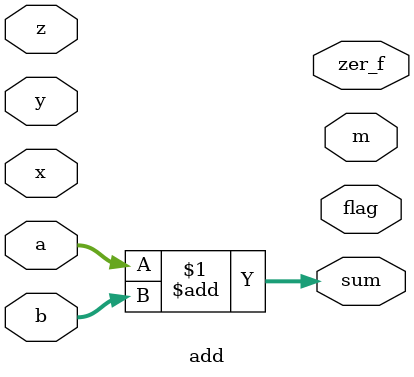
<source format=v>
module add(input [3:0] a, input [3:0] b, input x , input y , input z , output [4:0] sum , output flag , output zer_f , output m);
    assign sum = a + b;
endmodule
</source>
